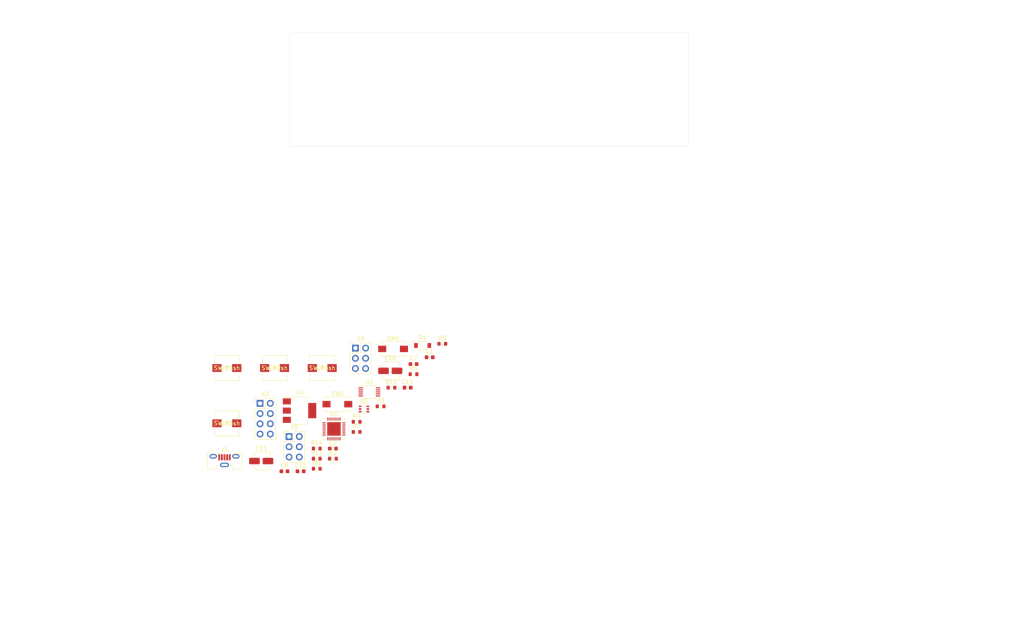
<source format=kicad_pcb>
(kicad_pcb (version 20211014) (generator pcbnew)
  (layers (0 "F.Cu" signal) (31 "B.Cu" signal) (34 "B.Paste" user) (35 "F.Paste" user) (36 "B.SilkS" user "B.Silkscreen") (37 "F.SilkS" user "F.Silkscreen") (38 "B.Mask" user) (39 "F.Mask" user) (44 "Edge.Cuts" user))
  (net 0 "")
  (net 1 "VCC")
  (net 2 "+5V")
  (net 3 "GND")
  (net 4 "+3V3")
  (net 5 "/ESP_RST")
  (net 6 "Net-(U1-Pad6)")
  (net 7 "/BTN_USR_1")
  (net 8 "/BTN_USR_2")
  (net 9 "/BTN_USR_3")
  (net 10 "/BTN_USR_4")
  (net 11 "/OVER")
  (net 26 "/ESP_GPIO0")
  (net 30 "/IN_ADC0")
  (net 31 "/I2C_SDA")
  (net 32 "/ESP_RX")
  (net 33 "/ESP_TX")
  (net 34 "/I2C_SCL")
  (net 35 "/IN_ADC1")
  (net 36 "/IN_ADC2")
  (net 38 "/ADC_RDY")
  (net 39 "/uC07")
  (net 40 "/uC04")
  (net 41 "/uC05")
  (net 42 "/uC03")
  (net 43 "/ESP_GPIO2")
  (net 44 "/uC06")
  (net 45 "/uC02")
  (net 47 "/uc01")
  (net 48 "/IN_ADC3")
  (net 52 "/DTR")
  (net 53 "/RTS")
  (net 56 "/USB_RST")
  (net 58 "/D-")
  (net 59 "/D+")
  (net 60 "/VBUS")
  (footprint "Capacitor_SMD:C_0603_1608Metric" (layer "F.Cu") (at 59.6345 183.153)
    (fp_text reference "C8" (at 0 -1.43) (layer "F.SilkS"))
    (fp_text value "100nF")
    (fp_line (start -0.14058 -0.51) (end 0.14058 -0.51) (layer "F.SilkS") (width 0.12))
    (fp_line (start -0.14058 0.51) (end 0.14058 0.51) (layer "F.SilkS") (width 0.12))
    (pad "1" smd roundrect (at -0.775 0) (size 0.9 0.95) (layers "F.Cu" "F.Paste" "F.Mask") (net 4 "+3V3"))
    (pad "2" smd roundrect (at 0.775 0) (size 0.9 0.95) (layers "F.Cu" "F.Paste" "F.Mask") (net 3 "GND"))
  )
  (footprint "Capacitor_SMD:C_0603_1608Metric" (layer "F.Cu") (at 95.6945 154.813)
    (fp_text reference "C1" (at 0 -1.43) (layer "F.SilkS"))
    (fp_text value "100nF")
    (fp_line (start -0.14058 -0.51) (end 0.14058 -0.51) (layer "F.SilkS") (width 0.12))
    (fp_line (start -0.14058 0.51) (end 0.14058 0.51) (layer "F.SilkS") (width 0.12))
    (pad "1" smd roundrect (at -0.775 0) (size 0.9 0.95) (layers "F.Cu" "F.Paste" "F.Mask") (net 2 "+5V"))
    (pad "2" smd roundrect (at 0.775 0) (size 0.9 0.95) (layers "F.Cu" "F.Paste" "F.Mask") (net 3 "GND"))
  )
  (footprint "Button_Switch_SMD:SW_SPST_ALPS_SKPMAME010" (layer "F.Cu") (at 57.1696 157.489)
    (fp_text reference "SW2" (at 0 0) (layer "F.SilkS"))
    (fp_text value "SW_Push" (at 0 0) (layer "F.SilkS"))
    (fp_text user "*" (at 0 0) (layer "F.SilkS"))
    (fp_line (start 3.0734 -1.31064) (end 3.0734 -3.1242) (layer "F.SilkS") (width 0.12))
    (fp_line (start -3.0734 -3.1242) (end -3.0734 -1.31064) (layer "F.SilkS") (width 0.12))
    (fp_line (start -3.0734 3.1242) (end 3.0734 3.1242) (layer "F.SilkS") (width 0.12))
    (fp_line (start 3.0734 -3.1242) (end -3.0734 -3.1242) (layer "F.SilkS") (width 0.12))
    (fp_line (start 3.0734 3.1242) (end 3.0734 1.31064) (layer "F.SilkS") (width 0.12))
    (fp_line (start -3.0734 1.31064) (end -3.0734 3.1242) (layer "F.SilkS") (width 0.12))
    (fp_circle (center -4.305586 0) (end -4.203986 0) (layer "F.SilkS") (width 0.12) (fill none))
    (pad "1" smd rect locked (at -2.449098 0) (size 2.3114 1.9558) (layers "F.Cu" "F.Paste" "F.Mask") (net 8 "/BTN_USR_2"))
    (pad "2" smd rect locked (at 2.449098 0) (size 2.3114 1.9558) (layers "F.Cu" "F.Paste" "F.Mask") (net 3 "GND"))
  )
  (footprint "Connector_PinHeader_2.54mm:PinHeader_2x04_P2.54mm_Vertical" (layer "F.Cu") (at 53.5745 166.273)
    (fp_text reference "X3" (at 1.27 -2.33) (layer "F.SilkS"))
    (fp_text value "Conn_02x04")
    (fp_line (start -1.33 1.27) (end 1.27 1.27) (layer "F.SilkS") (width 0.12))
    (fp_line (start -1.33 0) (end -1.33 -1.33) (layer "F.SilkS") (width 0.12))
    (fp_line (start -1.33 8.95) (end 3.87 8.95) (layer "F.SilkS") (width 0.12))
    (fp_line (start -1.33 1.27) (end -1.33 8.95) (layer "F.SilkS") (width 0.12))
    (fp_line (start 1.27 1.27) (end 1.27 -1.33) (layer "F.SilkS") (width 0.12))
    (fp_line (start -1.33 -1.33) (end 0 -1.33) (layer "F.SilkS") (width 0.12))
    (fp_line (start 1.27 -1.33) (end 3.87 -1.33) (layer "F.SilkS") (width 0.12))
    (fp_line (start 3.87 -1.33) (end 3.87 8.95) (layer "F.SilkS") (width 0.12))
    (pad "1" thru_hole rect locked (at 0 0) (size 1.7 1.7) (drill 1) (layers *.Cu *.Mask) (net 39 "/uC07"))
    (pad "2" thru_hole oval locked (at 2.54 0) (size 1.7 1.7) (drill 1) (layers *.Cu *.Mask) (net 40 "/uC04"))
    (pad "3" thru_hole oval locked (at 0 2.54) (size 1.7 1.7) (drill 1) (layers *.Cu *.Mask) (net 41 "/uC05"))
    (pad "4" thru_hole oval locked (at 2.54 2.54) (size 1.7 1.7) (drill 1) (layers *.Cu *.Mask) (net 42 "/uC03"))
    (pad "5" thru_hole oval locked (at 0 5.08) (size 1.7 1.7) (drill 1) (layers *.Cu *.Mask) (net 44 "/uC06"))
    (pad "6" thru_hole oval locked (at 2.54 5.08) (size 1.7 1.7) (drill 1) (layers *.Cu *.Mask) (net 45 "/uC02"))
    (pad "7" thru_hole oval locked (at 0 7.62) (size 1.7 1.7) (drill 1) (layers *.Cu *.Mask))
    (pad "8" thru_hole oval locked (at 2.54 7.62) (size 1.7 1.7) (drill 1) (layers *.Cu *.Mask) (net 47 "/uc01"))
  )
  (footprint "Button_Switch_SMD:SW_SPST_ALPS_SKPMAME010" (layer "F.Cu") (at 45.3296 171.229)
    (fp_text reference "SW3" (at 0 0) (layer "F.SilkS"))
    (fp_text value "SW_Push" (at 0 0) (layer "F.SilkS"))
    (fp_text user "*" (at 0 0) (layer "F.SilkS"))
    (fp_line (start -3.0734 1.31064) (end -3.0734 3.1242) (layer "F.SilkS") (width 0.12))
    (fp_line (start 3.0734 -1.31064) (end 3.0734 -3.1242) (layer "F.SilkS") (width 0.12))
    (fp_line (start -3.0734 -3.1242) (end -3.0734 -1.31064) (layer "F.SilkS") (width 0.12))
    (fp_line (start 3.0734 3.1242) (end 3.0734 1.31064) (layer "F.SilkS") (width 0.12))
    (fp_line (start 3.0734 -3.1242) (end -3.0734 -3.1242) (layer "F.SilkS") (width 0.12))
    (fp_line (start -3.0734 3.1242) (end 3.0734 3.1242) (layer "F.SilkS") (width 0.12))
    (fp_circle (center -4.305586 0) (end -4.203986 0) (layer "F.SilkS") (width 0.12) (fill none))
    (pad "1" smd rect locked (at -2.449098 0) (size 2.3114 1.9558) (layers "F.Cu" "F.Paste" "F.Mask") (net 9 "/BTN_USR_3"))
    (pad "2" smd rect locked (at 2.449098 0) (size 2.3114 1.9558) (layers "F.Cu" "F.Paste" "F.Mask") (net 3 "GND"))
  )
  (footprint "Resistor_SMD:R_0603_1608Metric" (layer "F.Cu") (at 71.6645 180.013)
    (fp_text reference "R2" (at 0 -1.43) (layer "F.SilkS"))
    (fp_text value "10K")
    (fp_line (start -0.237258 -0.5225) (end 0.237258 -0.5225) (layer "F.SilkS") (width 0.12))
    (fp_line (start -0.237258 0.5225) (end 0.237258 0.5225) (layer "F.SilkS") (width 0.12))
    (pad "1" smd roundrect (at -0.825 0) (size 0.8 0.95) (layers "F.Cu" "F.Paste" "F.Mask") (net 4 "+3V3"))
    (pad "2" smd roundrect (at 0.825 0) (size 0.8 0.95) (layers "F.Cu" "F.Paste" "F.Mask") (net 8 "/BTN_USR_2"))
  )
  (footprint "Package_SO:TSSOP-10_3x3mm_P0.5mm" (layer "F.Cu") (at 80.7245 163.433)
    (fp_text reference "U2" (at 0 -2.55) (layer "F.SilkS"))
    (fp_text value "ADS1114IDGS")
    (fp_line (start -1.625 1.625) (end -1.625 1.35) (layer "F.SilkS") (width 0.15))
    (fp_line (start -1.625 -1.45) (end -2.7 -1.45) (layer "F.SilkS") (width 0.15))
    (fp_line (start -1.625 -1.625) (end -1.625 -1.45) (layer "F.SilkS") (width 0.15))
    (fp_line (start 1.625 1.625) (end 1.625 1.35) (layer "F.SilkS") (width 0.15))
    (fp_line (start 1.625 -1.625) (end 1.625 -1.35) (layer "F.SilkS") (width 0.15))
    (fp_line (start -1.625 -1.625) (end 1.625 -1.625) (layer "F.SilkS") (width 0.15))
    (fp_line (start -1.625 1.625) (end 1.625 1.625) (layer "F.SilkS") (width 0.15))
    (pad "1" smd rect (at -2.15 -1) (size 1.1 0.25) (layers "F.Cu" "F.Paste" "F.Mask") (net 3 "GND"))
    (pad "2" smd rect (at -2.15 -0.5) (size 1.1 0.25) (layers "F.Cu" "F.Paste" "F.Mask") (net 38 "/ADC_RDY"))
    (pad "3" smd rect (at -2.15 0) (size 1.1 0.25) (layers "F.Cu" "F.Paste" "F.Mask") (net 3 "GND"))
    (pad "4" smd rect (at -2.15 0.5) (size 1.1 0.25) (layers "F.Cu" "F.Paste" "F.Mask") (net 30 "/IN_ADC0"))
    (pad "5" smd rect (at -2.15 1) (size 1.1 0.25) (layers "F.Cu" "F.Paste" "F.Mask") (net 35 "/IN_ADC1"))
    (pad "6" smd rect (at 2.15 1) (size 1.1 0.25) (layers "F.Cu" "F.Paste" "F.Mask") (net 36 "/IN_ADC2"))
    (pad "7" smd rect (at 2.15 0.5) (size 1.1 0.25) (layers "F.Cu" "F.Paste" "F.Mask"))
    (pad "8" smd rect (at 2.15 0) (size 1.1 0.25) (layers "F.Cu" "F.Paste" "F.Mask") (net 4 "+3V3"))
    (pad "9" smd rect (at 2.15 -0.5) (size 1.1 0.25) (layers "F.Cu" "F.Paste" "F.Mask") (net 31 "/I2C_SDA"))
    (pad "10" smd rect (at 2.15 -1) (size 1.1 0.25) (layers "F.Cu" "F.Paste" "F.Mask") (net 34 "/I2C_SCL"))
  )
  (footprint "Capacitor_SMD:C_Elec_4x5.4" (layer "F.Cu") (at 53.8545 180.613)
    (fp_text reference "C13" (at 0 -3.2) (layer "F.SilkS"))
    (fp_text value "10uF")
    (fp_line (start -2.26 -1.195563) (end -1.195563 -2.26) (layer "F.SilkS") (width 0.12))
    (fp_line (start 2.26 -2.26) (end 2.26 -1.06) (layer "F.SilkS") (width 0.12))
    (fp_line (start -2.26 1.195563) (end -1.195563 2.26) (layer "F.SilkS") (width 0.12))
    (fp_line (start 2.26 2.26) (end 2.26 1.06) (layer "F.SilkS") (width 0.12))
    (fp_line (start -2.26 1.195563) (end -2.26 1.06) (layer "F.SilkS") (width 0.12))
    (fp_line (start -1.195563 -2.26) (end 2.26 -2.26) (layer "F.SilkS") (width 0.12))
    (fp_line (start -2.26 -1.195563) (end -2.26 -1.06) (layer "F.SilkS") (width 0.12))
    (fp_line (start -1.195563 2.26) (end 2.26 2.26) (layer "F.SilkS") (width 0.12))
    (pad "1" smd roundrect (at -1.675 0) (size 2.65 1.6) (layers "F.Cu" "F.Paste" "F.Mask") (roundrect_rratio 0.15625) (net 4 "+3V3"))
    (pad "2" smd roundrect (at 1.675 0) (size 2.65 1.6) (layers "F.Cu" "F.Paste" "F.Mask") (roundrect_rratio 0.15625) (net 3 "GND"))
  )
  (footprint "Diode_SMD:D_SOD-123" (layer "F.Cu") (at 93.9545 151.883)
    (fp_text reference "D1" (at 0 -2) (layer "F.SilkS"))
    (fp_text value "1N4448W")
    (fp_line (start -2.25 -1) (end -2.25 1) (layer "F.SilkS") (width 0.12))
    (fp_line (start -2.25 -1) (end 1.65 -1) (layer "F.SilkS") (width 0.12))
    (fp_line (start -2.25 1) (end 1.65 1) (layer "F.SilkS") (width 0.12))
    (pad "1" smd rect (at -1.65 0) (size 0.9 1.2) (layers "F.Cu" "F.Paste" "F.Mask") (net 6 "Net-(U1-Pad6)"))
    (pad "2" smd rect (at 1.65 0) (size 0.9 1.2) (layers "F.Cu" "F.Paste" "F.Mask") (net 60 "/VBUS"))
  )
  (footprint "Resistor_SMD:R_0603_1608Metric" (layer "F.Cu") (at 83.5045 167.013)
    (fp_text reference "R3" (at 0 -1.43) (layer "F.SilkS"))
    (fp_text value "10K")
    (fp_line (start -0.237258 -0.5225) (end 0.237258 -0.5225) (layer "F.SilkS") (width 0.12))
    (fp_line (start -0.237258 0.5225) (end 0.237258 0.5225) (layer "F.SilkS") (width 0.12))
    (pad "1" smd roundrect (at -0.825 0) (size 0.8 0.95) (layers "F.Cu" "F.Paste" "F.Mask") (net 4 "+3V3"))
    (pad "2" smd roundrect (at 0.825 0) (size 0.8 0.95) (layers "F.Cu" "F.Paste" "F.Mask") (net 9 "/BTN_USR_3"))
  )
  (footprint "Resistor_SMD:R_0603_1608Metric" (layer "F.Cu") (at 91.6845 159.023)
    (fp_text reference "R5" (at 0 -1.43) (layer "F.SilkS"))
    (fp_text value "0E")
    (fp_line (start -0.237258 -0.5225) (end 0.237258 -0.5225) (layer "F.SilkS") (width 0.12))
    (fp_line (start -0.237258 0.5225) (end 0.237258 0.5225) (layer "F.SilkS") (width 0.12))
    (pad "1" smd roundrect (at -0.825 0) (size 0.8 0.95) (layers "F.Cu" "F.Paste" "F.Mask") (net 1 "VCC"))
    (pad "2" smd roundrect (at 0.825 0) (size 0.8 0.95) (layers "F.Cu" "F.Paste" "F.Mask") (net 4 "+3V3"))
  )
  (footprint "Button_Switch_SMD:SW_SPST_ALPS_SKPMAME010" (layer "F.Cu") (at 69.0096 157.489)
    (fp_text reference "SW4" (at 0 0) (layer "F.SilkS"))
    (fp_text value "SW_Push" (at 0 0) (layer "F.SilkS"))
    (fp_text user "*" (at 0 0) (layer "F.SilkS"))
    (fp_line (start -3.0734 -3.1242) (end -3.0734 -1.31064) (layer "F.SilkS") (width 0.12))
    (fp_line (start -3.0734 1.31064) (end -3.0734 3.1242) (layer "F.SilkS") (width 0.12))
    (fp_line (start 3.0734 -1.31064) (end 3.0734 -3.1242) (layer "F.SilkS") (width 0.12))
    (fp_line (start 3.0734 3.1242) (end 3.0734 1.31064) (layer "F.SilkS") (width 0.12))
    (fp_line (start -3.0734 3.1242) (end 3.0734 3.1242) (layer "F.SilkS") (width 0.12))
    (fp_line (start 3.0734 -3.1242) (end -3.0734 -3.1242) (layer "F.SilkS") (width 0.12))
    (fp_circle (center -4.305586 0) (end -4.203986 0) (layer "F.SilkS") (width 0.12) (fill none))
    (pad "1" smd rect locked (at -2.449098 0) (size 2.3114 1.9558) (layers "F.Cu" "F.Paste" "F.Mask") (net 10 "/BTN_USR_4"))
    (pad "2" smd rect locked (at 2.449098 0) (size 2.3114 1.9558) (layers "F.Cu" "F.Paste" "F.Mask") (net 3 "GND"))
  )
  (footprint "Resistor_SMD:R_0603_1608Metric" (layer "F.Cu") (at 86.2045 162.363)
    (fp_text reference "R11" (at 0 -1.43) (layer "F.SilkS"))
    (fp_text value "10K")
    (fp_line (start -0.237258 0.5225) (end 0.237258 0.5225) (layer "F.SilkS") (width 0.12))
    (fp_line (start -0.237258 -0.5225) (end 0.237258 -0.5225) (layer "F.SilkS") (width 0.12))
    (pad "1" smd roundrect (at -0.825 0) (size 0.8 0.95) (layers "F.Cu" "F.Paste" "F.Mask") (net 5 "/ESP_RST"))
    (pad "2" smd roundrect (at 0.825 0) (size 0.8 0.95) (layers "F.Cu" "F.Paste" "F.Mask") (net 4 "+3V3"))
  )
  (footprint "Capacitor_SMD:C_0603_1608Metric" (layer "F.Cu") (at 91.6845 156.513)
    (fp_text reference "C7" (at 0 -1.43) (layer "F.SilkS"))
    (fp_text value "100nF")
    (fp_line (start -0.14058 0.51) (end 0.14058 0.51) (layer "F.SilkS") (width 0.12))
    (fp_line (start -0.14058 -0.51) (end 0.14058 -0.51) (layer "F.SilkS") (width 0.12))
    (pad "1" smd roundrect (at -0.775 0) (size 0.9 0.95) (layers "F.Cu" "F.Paste" "F.Mask") (net 5 "/ESP_RST"))
    (pad "2" smd roundrect (at 0.775 0) (size 0.9 0.95) (layers "F.Cu" "F.Paste" "F.Mask") (net 3 "GND"))
  )
  (footprint "Resistor_SMD:R_0603_1608Metric" (layer "F.Cu") (at 67.6545 182.523)
    (fp_text reference "R6" (at 0 -1.43) (layer "F.SilkS"))
    (fp_text value "10K")
    (fp_line (start -0.237258 0.5225) (end 0.237258 0.5225) (layer "F.SilkS") (width 0.12))
    (fp_line (start -0.237258 -0.5225) (end 0.237258 -0.5225) (layer "F.SilkS") (width 0.12))
    (pad "1" smd roundrect (at -0.825 0) (size 0.8 0.95) (layers "F.Cu" "F.Paste" "F.Mask") (net 4 "+3V3"))
    (pad "2" smd roundrect (at 0.825 0) (size 0.8 0.95) (layers "F.Cu" "F.Paste" "F.Mask") (net 11 "/OVER"))
  )
  (footprint "Resistor_SMD:R_0603_1608Metric" (layer "F.Cu") (at 67.6545 180.013)
    (fp_text reference "R12" (at 0 -1.43) (layer "F.SilkS"))
    (fp_text value "10K")
    (fp_line (start -0.237258 0.5225) (end 0.237258 0.5225) (layer "F.SilkS") (width 0.12))
    (fp_line (start -0.237258 -0.5225) (end 0.237258 -0.5225) (layer "F.SilkS") (width 0.12))
    (pad "1" smd roundrect (at -0.825 0) (size 0.8 0.95) (layers "F.Cu" "F.Paste" "F.Mask") (net 56 "/USB_RST"))
    (pad "2" smd roundrect (at 0.825 0) (size 0.8 0.95) (layers "F.Cu" "F.Paste" "F.Mask") (net 4 "+3V3"))
  )
  (footprint "Connector_PinHeader_2.54mm:PinHeader_2x03_P2.54mm_Vertical" (layer "F.Cu") (at 60.7745 174.523)
    (fp_text reference "X6" (at 1.27 -2.33) (layer "F.SilkS"))
    (fp_text value "Conn_02x03")
    (fp_line (start -1.33 1.27) (end -1.33 6.41) (layer "F.SilkS") (width 0.12))
    (fp_line (start 1.27 1.27) (end 1.27 -1.33) (layer "F.SilkS") (width 0.12))
    (fp_line (start -1.33 0) (end -1.33 -1.33) (layer "F.SilkS") (width 0.12))
    (fp_line (start 1.27 -1.33) (end 3.87 -1.33) (layer "F.SilkS") (width 0.12))
    (fp_line (start -1.33 -1.33) (end 0 -1.33) (layer "F.SilkS") (width 0.12))
    (fp_line (start 3.87 -1.33) (end 3.87 6.41) (layer "F.SilkS") (width 0.12))
    (fp_line (start -1.33 6.41) (end 3.87 6.41) (layer "F.SilkS") (width 0.12))
    (fp_line (start -1.33 1.27) (end 1.27 1.27) (layer "F.SilkS") (width 0.12))
    (pad "1" thru_hole rect locked (at 0 0) (size 1.7 1.7) (drill 1) (layers *.Cu *.Mask) (net 30 "/IN_ADC0"))
    (pad "2" thru_hole oval locked (at 2.54 0) (size 1.7 1.7) (drill 1) (layers *.Cu *.Mask) (net 36 "/IN_ADC2"))
    (pad "3" thru_hole oval locked (at 0 2.54) (size 1.7 1.7) (drill 1) (layers *.Cu *.Mask) (net 48 "/IN_ADC3"))
    (pad "4" thru_hole oval locked (at 2.54 2.54) (size 1.7 1.7) (drill 1) (layers *.Cu *.Mask))
    (pad "5" thru_hole oval locked (at 0 5.08) (size 1.7 1.7) (drill 1) (layers *.Cu *.Mask))
    (pad "6" thru_hole oval locked (at 2.54 5.08) (size 1.7 1.7) (drill 1) (layers *.Cu *.Mask) (net 3 "GND"))
  )
  (footprint "Package_DFN_QFN:QFN-28-1EP_5x5mm_P0.5mm_EP3.35x3.35mm" (layer "F.Cu") (at 71.9245 172.623)
    (fp_text reference "U1" (at 0 -3.8) (layer "F.SilkS"))
    (fp_text value "CP2102-Axx-xQFN28")
    (fp_line (start 1.885 -2.61) (end 2.61 -2.61) (layer "F.SilkS") (width 0.12))
    (fp_line (start -2.61 2.61) (end -2.61 1.885) (layer "F.SilkS") (width 0.12))
    (fp_line (start -1.885 2.61) (end -2.61 2.61) (layer "F.SilkS") (width 0.12))
    (fp_line (start 1.885 2.61) (end 2.61 2.61) (layer "F.SilkS") (width 0.12))
    (fp_line (start -1.885 -2.61) (end -2.61 -2.61) (layer "F.SilkS") (width 0.12))
    (fp_line (start 2.61 -2.61) (end 2.61 -1.885) (layer "F.SilkS") (width 0.12))
    (fp_line (start 2.61 2.61) (end 2.61 1.885) (layer "F.SilkS") (width 0.12))
    (pad "1" smd roundrect (at -2.45 -1.5) (size 0.8 0.25) (layers "F.Cu" "F.Paste" "F.Mask"))
    (pad "2" smd roundrect (at -2.45 -1) (size 0.8 0.25) (layers "F.Cu" "F.Paste" "F.Mask"))
    (pad "3" smd roundrect (at -2.45 -0.5) (size 0.8 0.25) (layers "F.Cu" "F.Paste" "F.Mask") (net 3 "GND"))
    (pad "4" smd roundrect (at -2.45 0) (size 0.8 0.25) (layers "F.Cu" "F.Paste" "F.Mask") (net 59 "/D+"))
    (pad "5" smd roundrect (at -2.45 0.5) (size 0.8 0.25) (layers "F.Cu" "F.Paste" "F.Mask") (net 58 "/D-"))
    (pad "6" smd roundrect (at -2.45 1) (size 0.8 0.25) (layers "F.Cu" "F.Paste" "F.Mask") (net 6 "Net-(U1-Pad6)"))
    (pad "7" smd roundrect (at -2.45 1.5) (size 0.8 0.25) (layers "F.Cu" "F.Paste" "F.Mask") (net 6 "Net-(U1-Pad6)"))
    (pad "8" smd roundrect (at -1.5 2.45) (size 0.25 0.8) (layers "F.Cu" "F.Paste" "F.Mask") (net 60 "/VBUS"))
    (pad "9" smd roundrect (at -1 2.45) (size 0.25 0.8) (layers "F.Cu" "F.Paste" "F.Mask") (net 56 "/USB_RST"))
    (pad "10" smd roundrect (at -0.5 2.45) (size 0.25 0.8) (layers "F.Cu" "F.Paste" "F.Mask"))
    (pad "11" smd roundrect (at 0 2.45) (size 0.25 0.8) (layers "F.Cu" "F.Paste" "F.Mask"))
    (pad "12" smd roundrect (at 0.5 2.45) (size 0.25 0.8) (layers "F.Cu" "F.Paste" "F.Mask"))
    (pad "13" smd roundrect (at 1 2.45) (size 0.25 0.8) (layers "F.Cu" "F.Paste" "F.Mask"))
    (pad "14" smd roundrect (at 1.5 2.45) (size 0.25 0.8) (layers "F.Cu" "F.Paste" "F.Mask"))
    (pad "15" smd roundrect (at 2.45 1.5) (size 0.8 0.25) (layers "F.Cu" "F.Paste" "F.Mask"))
    (pad "16" smd roundrect (at 2.45 1) (size 0.8 0.25) (layers "F.Cu" "F.Paste" "F.Mask"))
    (pad "17" smd roundrect (at 2.45 0.5) (size 0.8 0.25) (layers "F.Cu" "F.Paste" "F.Mask"))
    (pad "18" smd roundrect (at 2.45 0) (size 0.8 0.25) (layers "F.Cu" "F.Paste" "F.Mask"))
    (pad "19" smd roundrect (at 2.45 -0.5) (size 0.8 0.25) (layers "F.Cu" "F.Paste" "F.Mask"))
    (pad "20" smd roundrect (at 2.45 -1) (size 0.8 0.25) (layers "F.Cu" "F.Paste" "F.Mask"))
    (pad "21" smd roundrect (at 2.45 -1.5) (size 0.8 0.25) (layers "F.Cu" "F.Paste" "F.Mask"))
    (pad "22" smd roundrect (at 1.5 -2.45) (size 0.25 0.8) (layers "F.Cu" "F.Paste" "F.Mask"))
    (pad "23" smd roundrect (at 1 -2.45) (size 0.25 0.8) (layers "F.Cu" "F.Paste" "F.Mask"))
    (pad "24" smd roundrect (at 0.5 -2.45) (size 0.25 0.8) (layers "F.Cu" "F.Paste" "F.Mask") (net 53 "/RTS"))
    (pad "25" smd roundrect (at 0 -2.45) (size 0.25 0.8) (layers "F.Cu" "F.Paste" "F.Mask") (net 33 "/ESP_TX"))
    (pad "26" smd roundrect (at -0.5 -2.45) (size 0.25 0.8) (layers "F.Cu" "F.Paste" "F.Mask") (net 32 "/ESP_RX"))
    (pad "27" smd roundrect (at -1 -2.45) (size 0.25 0.8) (layers "F.Cu" "F.Paste" "F.Mask"))
    (pad "28" smd roundrect (at -1.5 -2.45) (size 0.25 0.8) (layers "F.Cu" "F.Paste" "F.Mask") (net 52 "/DTR"))
    (pad "29" smd rect (at 0 0) (size 3.35 3.35) (layers "F.Cu" "F.Mask") (net 3 "GND"))
  )
  (footprint "Resistor_SMD:R_0603_1608Metric" (layer "F.Cu") (at 77.5545 173.373)
    (fp_text reference "R1" (at 0 -1.43) (layer "F.SilkS"))
    (fp_text value "10K")
    (fp_line (start -0.237258 0.5225) (end 0.237258 0.5225) (layer "F.SilkS") (width 0.12))
    (fp_line (start -0.237258 -0.5225) (end 0.237258 -0.5225) (layer "F.SilkS") (width 0.12))
    (pad "1" smd roundrect (at -0.825 0) (size 0.8 0.95) (layers "F.Cu" "F.Paste" "F.Mask") (net 4 "+3V3"))
    (pad "2" smd roundrect (at 0.825 0) (size 0.8 0.95) (layers "F.Cu" "F.Paste" "F.Mask") (net 7 "/BTN_USR_1"))
  )
  (footprint "Capacitor_SMD:C_0603_1608Metric" (layer "F.Cu") (at 71.6645 177.503)
    (fp_text reference "C2" (at 0 -1.43) (layer "F.SilkS"))
    (fp_text value "100nF")
    (fp_line (start -0.14058 -0.51) (end 0.14058 -0.51) (layer "F.SilkS") (width 0.12))
    (fp_line (start -0.14058 0.51) (end 0.14058 0.51) (layer "F.SilkS") (width 0.12))
    (pad "1" smd roundrect (at -0.775 0) (size 0.9 0.95) (layers "F.Cu" "F.Paste" "F.Mask") (net 4 "+3V3"))
    (pad "2" smd roundrect (at 0.775 0) (size 0.9 0.95) (layers "F.Cu" "F.Paste" "F.Mask") (net 3 "GND"))
  )
  (footprint "Connector_USB:USB_Micro-B_Molex-105133-0031" (layer "F.Cu") (at 44.7445 180.503)
    (fp_text reference "J1" (at 0 -2.85) (layer "F.SilkS"))
    (fp_text value "USB_B_Micro")
    (fp_line (start -1.7 -1.075) (end -1.7 -1.825) (layer "F.SilkS") (width 0.12))
    (fp_line (start -2 -1.785) (end -4.31 -1.785) (layer "F.SilkS") (width 0.12))
    (fp_line (start -4.31 -1.785) (end -4.31 2.135) (layer "F.SilkS") (width 0.12))
    (fp_line (start -1.7 -1.825) (end -1.1 -1.825) (layer "F.SilkS") (width 0.12))
    (fp_line (start -4.31 2.135) (end -2.04 2.135) (layer "F.SilkS") (width 0.12))
    (fp_line (start -2.04 1.305) (end -1.21 1.305) (layer "F.SilkS") (width 0.12))
    (fp_line (start -2.04 1.305) (end -2.04 2.135) (layer "F.SilkS") (width 0.12))
    (fp_line (start 4.31 2.135) (end 2.04 2.135) (layer "F.SilkS") (width 0.12))
    (fp_line (start 4.31 -1.785) (end 4.31 2.135) (layer "F.SilkS") (width 0.12))
    (fp_line (start 2.04 1.305) (end 1.21 1.305) (layer "F.SilkS") (width 0.12))
    (fp_line (start 2 -1.785) (end 4.31 -1.785) (layer "F.SilkS") (width 0.12))
    (fp_line (start 2.04 1.305) (end 2.04 2.135) (layer "F.SilkS") (width 0.12))
    (pad "1" smd rect locked (at -1.3 -0.825) (size 0.45 1.5) (layers "F.Cu" "F.Paste" "F.Mask") (net 60 "/VBUS"))
    (pad "2" smd rect locked (at -0.65 -0.825) (size 0.45 1.5) (layers "F.Cu" "F.Paste" "F.Mask") (net 58 "/D-"))
    (pad "3" smd rect locked (at 0 -0.825) (size 0.45 1.5) (layers "F.Cu" "F.Paste" "F.Mask") (net 59 "/D+"))
    (pad "4" smd rect locked (at 0.65 -0.825) (size 0.45 1.5) (layers "F.Cu" "F.Paste" "F.Mask") (net 3 "GND"))
    (pad "5" smd rect locked (at 1.3 -0.825) (size 0.45 1.5) (layers "F.Cu" "F.Paste" "F.Mask") (net 3 "GND"))
    (pad "SH" thru_hole oval locked (at 0 1.075) (size 2.2 1.1) (drill oval 1.6 0.5) (layers *.Cu *.Mask))
    (pad "SH" thru_hole oval locked (at 2.8 -1.075) (size 1.8 1.1) (drill oval 1.2 0.5) (layers *.Cu *.Mask))
    (pad "SH" thru_hole oval locked (at -2.8 -1.075) (size 1.8 1.1) (drill oval 1.2 0.5) (layers *.Cu *.Mask))
  )
  (footprint "Capacitor_SMD:C_0603_1608Metric" (layer "F.Cu") (at 90.2145 162.363)
    (fp_text reference "C11" (at 0 -1.43) (layer "F.SilkS"))
    (fp_text value "100nF")
    (fp_line (start -0.14058 -0.51) (end 0.14058 -0.51) (layer "F.SilkS") (width 0.12))
    (fp_line (start -0.14058 0.51) (end 0.14058 0.51) (layer "F.SilkS") (width 0.12))
    (pad "1" smd roundrect (at -0.775 0) (size 0.9 0.95) (layers "F.Cu" "F.Paste" "F.Mask") (net 1 "VCC"))
    (pad "2" smd roundrect (at 0.775 0) (size 0.9 0.95) (layers "F.Cu" "F.Paste" "F.Mask") (net 3 "GND"))
  )
  (footprint "Button_Switch_SMD:SW_SPST_EVQPE1" (layer "F.Cu") (at 86.6045 152.733)
    (fp_text reference "SW6" (at 0 -2.65) (layer "F.SilkS"))
    (fp_text value "SW_Push")
    (fp_line (start -3.1 1.85) (end 3.1 1.85) (layer "F.SilkS") (width 0.12))
    (fp_line (start -3.1 1.2) (end -3.1 1.85) (layer "F.SilkS") (width 0.12))
    (fp_line (start -3.1 -1.85) (end -3.1 -1.2) (layer "F.SilkS") (width 0.12))
    (fp_line (start 3.1 -1.85) (end 3.1 -1.2) (layer "F.SilkS") (width 0.12))
    (fp_line (start 3.1 -1.85) (end -3.1 -1.85) (layer "F.SilkS") (width 0.12))
    (fp_line (start 3.1 1.85) (end 3.1 1.2) (layer "F.SilkS") (width 0.12))
    (pad "1" smd rect (at -2.7 0) (size 2 1.6) (layers "F.Cu" "F.Paste" "F.Mask") (net 26 "/ESP_GPIO0"))
    (pad "2" smd rect (at 2.7 0) (size 2 1.6) (layers "F.Cu" "F.Paste" "F.Mask") (net 3 "GND"))
  )
  (footprint "Button_Switch_SMD:SW_SPST_ALPS_SKPMAME010" (layer "F.Cu") (at 45.3296 157.489)
    (fp_text reference "SW1" (at 0 0) (layer "F.SilkS"))
    (fp_text value "SW_Push" (at 0 0) (layer "F.SilkS"))
    (fp_text user "*" (at 0 0) (layer "F.SilkS"))
    (fp_line (start -3.0734 1.31064) (end -3.0734 3.1242) (layer "F.SilkS") (width 0.12))
    (fp_line (start 3.0734 -1.31064) (end 3.0734 -3.1242) (layer "F.SilkS") (width 0.12))
    (fp_line (start 3.0734 -3.1242) (end -3.0734 -3.1242) (layer "F.SilkS") (width 0.12))
    (fp_line (start -3.0734 3.1242) (end 3.0734 3.1242) (layer "F.SilkS") (width 0.12))
    (fp_line (start -3.0734 -3.1242) (end -3.0734 -1.31064) (layer "F.SilkS") (width 0.12))
    (fp_line (start 3.0734 3.1242) (end 3.0734 1.31064) (layer "F.SilkS") (width 0.12))
    (fp_circle (center -4.305586 0) (end -4.203986 0) (layer "F.SilkS") (width 0.12) (fill none))
    (pad "1" smd rect locked (at -2.449098 0) (size 2.3114 1.9558) (layers "F.Cu" "F.Paste" "F.Mask") (net 7 "/BTN_USR_1"))
    (pad "2" smd rect locked (at 2.449098 0) (size 2.3114 1.9558) (layers "F.Cu" "F.Paste" "F.Mask") (net 3 "GND"))
  )
  (footprint "Resistor_SMD:R_0603_1608Metric" (layer "F.Cu") (at 77.5545 170.863)
    (fp_text reference "R4" (at 0 -1.43) (layer "F.SilkS"))
    (fp_text value "10K")
    (fp_line (start -0.237258 -0.5225) (end 0.237258 -0.5225) (layer "F.SilkS") (width 0.12))
    (fp_line (start -0.237258 0.5225) (end 0.237258 0.5225) (layer "F.SilkS") (width 0.12))
    (pad "1" smd roundrect (at -0.825 0) (size 0.8 0.95) (layers "F.Cu" "F.Paste" "F.Mask") (net 4 "+3V3"))
    (pad "2" smd roundrect (at 0.825 0) (size 0.8 0.95) (layers "F.Cu" "F.Paste" "F.Mask") (net 10 "/BTN_USR_4"))
  )
  (footprint "Package_TO_SOT_SMD:SOT-363_SC-70-6" (layer "F.Cu") (at 79.3745 167.683)
    (fp_text reference "Q1" (at 0 -2) (layer "F.SilkS"))
    (fp_text value "UMH3N")
    (fp_line (start 0.7 -1.16) (end -1.2 -1.16) (layer "F.SilkS") (width 0.12))
    (fp_line (start -0.7 1.16) (end 0.7 1.16) (layer "F.SilkS") (width 0.12))
    (pad "1" smd rect (at -0.95 -0.65) (size 0.65 0.4) (layers "F.Cu" "F.Paste" "F.Mask") (net 53 "/RTS"))
    (pad "2" smd rect (at -0.95 0) (size 0.65 0.4) (layers "F.Cu" "F.Paste" "F.Mask") (net 52 "/DTR"))
    (pad "3" smd rect (at -0.95 0.65) (size 0.65 0.4) (layers "F.Cu" "F.Paste" "F.Mask") (net 26 "/ESP_GPIO0"))
    (pad "4" smd rect (at 0.95 0.65) (size 0.65 0.4) (layers "F.Cu" "F.Paste" "F.Mask") (net 52 "/DTR"))
    (pad "5" smd rect (at 0.95 0) (size 0.65 0.4) (layers "F.Cu" "F.Paste" "F.Mask") (net 53 "/RTS"))
    (pad "6" smd rect (at 0.95 -0.65) (size 0.65 0.4) (layers "F.Cu" "F.Paste" "F.Mask") (net 5 "/ESP_RST"))
  )
  (footprint "Button_Switch_SMD:SW_SPST_EVQPE1" (layer "F.Cu") (at 72.7745 166.473)
    (fp_text reference "SW5" (at 0 -2.65) (layer "F.SilkS"))
    (fp_text value "SW_Push")
    (fp_line (start 3.1 -1.85) (end -3.1 -1.85) (layer "F.SilkS") (width 0.12))
    (fp_line (start 3.1 -1.85) (end 3.1 -1.2) (layer "F.SilkS") (width 0.12))
    (fp_line (start -3.1 1.2) (end -3.1 1.85) (layer "F.SilkS") (width 0.12))
    (fp_line (start 3.1 1.85) (end 3.1 1.2) (layer "F.SilkS") (width 0.12))
    (fp_line (start -3.1 1.85) (end 3.1 1.85) (layer "F.SilkS") (width 0.12))
    (fp_line (start -3.1 -1.85) (end -3.1 -1.2) (layer "F.SilkS") (width 0.12))
    (pad "1" smd rect (at -2.7 0) (size 2 1.6) (layers "F.Cu" "F.Paste" "F.Mask") (net 5 "/ESP_RST"))
    (pad "2" smd rect (at 2.7 0) (size 2 1.6) (layers "F.Cu" "F.Paste" "F.Mask") (net 3 "GND"))
  )
  (footprint "Resistor_SMD:R_0603_1608Metric" (layer "F.Cu") (at 67.6545 177.503)
    (fp_text reference "R14" (at 0 -1.43) (layer "F.SilkS"))
    (fp_text value "10K")
    (fp_line (start -0.237258 0.5225) (end 0.237258 0.5225) (layer "F.SilkS") (width 0.12))
    (fp_line (start -0.237258 -0.5225) (end 0.237258 -0.5225) (layer "F.SilkS") (width 0.12))
    (pad "1" smd roundrect (at -0.825 0) (size 0.8 0.95) (layers "F.Cu" "F.Paste" "F.Mask") (net 43 "/ESP_GPIO2"))
    (pad "2" smd roundrect (at 0.825 0) (size 0.8 0.95) (layers "F.Cu" "F.Paste" "F.Mask") (net 3 "GND"))
  )
  (footprint "Package_TO_SOT_SMD:SOT-223-3_TabPin2" (layer "F.Cu") (at 63.3745 168.073)
    (fp_text reference "U4" (at 0 -4.5) (layer "F.SilkS"))
    (fp_text value "MCP1825S")
    (fp_line (start 1.91 3.41) (end 1.91 2.15) (layer "F.SilkS") (width 0.12))
    (fp_line (start -4.1 -3.41) (end 1.91 -3.41) (layer "F.SilkS") (width 0.12))
    (fp_line (start -1.85 3.41) (end 1.91 3.41) (layer "F.SilkS") (width 0.12))
    (fp_line (start 1.91 -3.41) (end 1.91 -2.15) (layer "F.SilkS") (width 0.12))
    (pad "1" smd rect (at -3.15 -2.3) (size 2 1.5) (layers "F.Cu" "F.Paste" "F.Mask") (net 1 "VCC"))
    (pad "2" smd rect (at 3.15 0) (size 2 3.8) (layers "F.Cu" "F.Paste" "F.Mask") (net 3 "GND"))
    (pad "2" smd rect (at -3.15 0) (size 2 1.5) (layers "F.Cu" "F.Paste" "F.Mask") (net 3 "GND"))
    (pad "3" smd rect (at -3.15 2.3) (size 2 1.5) (layers "F.Cu" "F.Paste" "F.Mask") (net 4 "+3V3"))
  )
  (footprint "Resistor_SMD:R_0603_1608Metric" (layer "F.Cu") (at 98.8345 151.463)
    (fp_text reference "R9" (at 0 -1.43) (layer "F.SilkS"))
    (fp_text value "10K")
    (fp_line (start -0.237258 0.5225) (end 0.237258 0.5225) (layer "F.SilkS") (width 0.12))
    (fp_line (start -0.237258 -0.5225) (end 0.237258 -0.5225) (layer "F.SilkS") (width 0.12))
    (pad "1" smd roundrect (at -0.825 0) (size 0.8 0.95) (layers "F.Cu" "F.Paste" "F.Mask") (net 26 "/ESP_GPIO0"))
    (pad "2" smd roundrect (at 0.825 0) (size 0.8 0.95) (layers "F.Cu" "F.Paste" "F.Mask") (net 4 "+3V3"))
  )
  (footprint "Capacitor_SMD:C_0603_1608Metric" (layer "F.Cu") (at 63.6445 183.153)
    (fp_text reference "C12" (at 0 -1.43) (layer "F.SilkS"))
    (fp_text value "100nF")
    (fp_line (start -0.14058 0.51) (end 0.14058 0.51) (layer "F.SilkS") (width 0.12))
    (fp_line (start -0.14058 -0.51) (end 0.14058 -0.51) (layer "F.SilkS") (width 0.12))
    (pad "1" smd roundrect (at -0.775 0) (size 0.9 0.95) (layers "F.Cu" "F.Paste" "F.Mask") (net 4 "+3V3"))
    (pad "2" smd roundrect (at 0.775 0) (size 0.9 0.95) (layers "F.Cu" "F.Paste" "F.Mask") (net 3 "GND"))
  )
  (footprint "Connector_PinHeader_2.54mm:PinHeader_2x03_P2.54mm_Vertical" (layer "F.Cu") (at 77.2545 152.533)
    (fp_text reference "X8" (at 1.27 -2.33) (layer "F.SilkS"))
    (fp_text value "Conn_02x03")
    (fp_line (start -1.33 1.27) (end -1.33 6.41) (layer "F.SilkS") (width 0.12))
    (fp_line (start 3.87 -1.33) (end 3.87 6.41) (layer "F.SilkS") (width 0.12))
    (fp_line (start -1.33 -1.33) (end 0 -1.33) (layer "F.SilkS") (width 0.12))
    (fp_line (start -1.33 6.41) (end 3.87 6.41) (layer "F.SilkS") (width 0.12))
    (fp_line (start -1.33 1.27) (end 1.27 1.27) (layer "F.SilkS") (width 0.12))
    (fp_line (start 1.27 1.27) (end 1.27 -1.33) (layer "F.SilkS") (width 0.12))
    (fp_line (start 1.27 -1.33) (end 3.87 -1.33) (layer "F.SilkS") (width 0.12))
    (fp_line (start -1.33 0) (end -1.33 -1.33) (layer "F.SilkS") (width 0.12))
    (pad "1" thru_hole rect locked (at 0 0) (size 1.7 1.7) (drill 1) (layers *.Cu *.Mask))
    (pad "2" thru_hole oval locked (at 2.54 0) (size 1.7 1.7) (drill 1) (layers *.Cu *.Mask))
    (pad "3" thru_hole oval locked (at 0 2.54) (size 1.7 1.7) (drill 1) (layers *.Cu *.Mask))
    (pad "4" thru_hole oval locked (at 2.54 2.54) (size 1.7 1.7) (drill 1) (layers *.Cu *.Mask))
    (pad "5" thru_hole oval locked (at 0 5.08) (size 1.7 1.7) (drill 1) (layers *.Cu *.Mask) (net 3 "GND"))
    (pad "6" thru_hole oval locked (at 2.54 5.08) (size 1.7 1.7) (drill 1) (layers *.Cu *.Mask) (net 11 "/OVER"))
  )
  (footprint "Capacitor_SMD:C_Elec_4x5.4" (layer "F.Cu") (at 85.9045 158.183)
    (fp_text reference "C10" (at 0 -3.2) (layer "F.SilkS"))
    (fp_text value "10uF")
    (fp_line (start -2.26 -1.195563) (end -2.26 -1.06) (layer "F.SilkS") (width 0.12))
    (fp_line (start -1.195563 2.26) (end 2.26 2.26) (layer "F.SilkS") (width 0.12))
    (fp_line (start -2.26 1.195563) (end -2.26 1.06) (layer "F.SilkS") (width 0.12))
    (fp_line (start 2.26 2.26) (end 2.26 1.06) (layer "F.SilkS") (width 0.12))
    (fp_line (start 2.26 -2.26) (end 2.26 -1.06) (layer "F.SilkS") (width 0.12))
    (fp_line (start -2.26 1.195563) (end -1.195563 2.26) (layer "F.SilkS") (width 0.12))
    (fp_line (start -2.26 -1.195563) (end -1.195563 -2.26) (layer "F.SilkS") (width 0.12))
    (fp_line (start -1.195563 -2.26) (end 2.26 -2.26) (layer "F.SilkS") (width 0.12))
    (pad "1" smd roundrect (at -1.675 0) (size 2.65 1.6) (layers "F.Cu" "F.Paste" "F.Mask") (roundrect_rratio 0.15625) (net 1 "VCC"))
    (pad "2" smd roundrect (at 1.675 0) (size 2.65 1.6) (layers "F.Cu" "F.Paste" "F.Mask") (roundrect_rratio 0.15625) (net 3 "GND"))
  )
  (gr_line (start 159.893 102.362) (end 159.893 74.041) (layer "Edge.Cuts") (width 0.05))
  (gr_line (start 60.8965 74.549) (end 60.8965 102.362) (layer "Edge.Cuts") (width 0.05))
  (gr_line (start 60.8965 102.362) (end 159.893 102.362) (layer "Edge.Cuts") (width 0.05))
  (gr_line (start 159.893 74.041) (end 60.8965 74.041) (layer "Edge.Cuts") (width 0.05))
)
</source>
